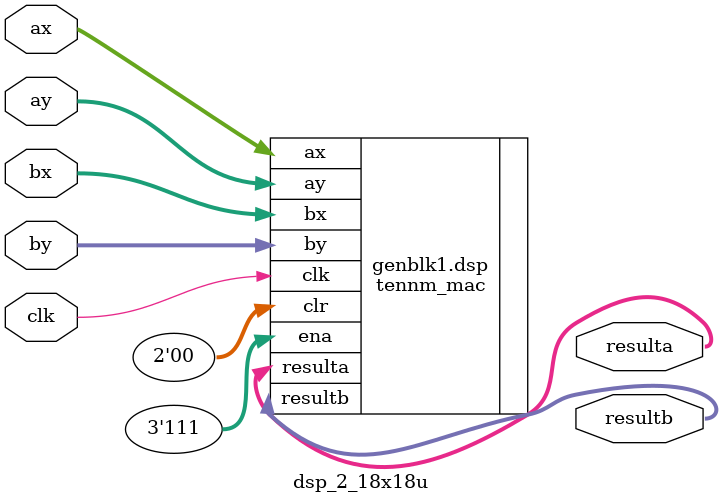
<source format=sv>
module dsp_2_18x18u #(
    parameter FAMILY = "Agilex",
    parameter LATENCY = 4,
    parameter AX_WIDTH = 18,
    parameter AY_WIDTH = 18,
    parameter BX_WIDTH = 18,
    parameter BY_WIDTH = 18,
    parameter RESULT_A_WIDTH = 36,
    parameter RESULT_B_WIDTH = 36
) (
    input clk,
    input [AX_WIDTH-1:0] ax,
    input [AY_WIDTH-1:0] ay,
    input [BX_WIDTH-1:0] bx,
    input [BY_WIDTH-1:0] by,
    output [RESULT_A_WIDTH-1:0]	resulta,
    output [RESULT_B_WIDTH-1:0]	resultb
);

initial begin
    if ((FAMILY == "Agilex") && ((LATENCY < 2) || (LATENCY > 4)))
        $fatal("(LATENCY < %d) || (LATENCY > %d): %d", 2, 4, LATENCY);
    if ((FAMILY == "Stratix 10") && ((LATENCY < 2) || (LATENCY > 4)))
        $fatal("(LATENCY < %d) || (LATENCY > %d): %d", 2, 4, LATENCY);
    if ((FAMILY == "Arria 10") && ((LATENCY < 2) || (LATENCY > 3)))
        $fatal("(LATENCY < %d) || (LATENCY > %d): %d", 2, 3, LATENCY);
end

generate

if (FAMILY == "Agilex") begin
    (* altera_attribute = "-name DSP_REGISTER_PACKING Disable" *)
    tennm_mac  #(
        .ax_width (AX_WIDTH),
        .ay_scan_in_width (AY_WIDTH),
        .bx_width (BX_WIDTH),
        .by_width (BY_WIDTH),
        .operation_mode ("m18x18_full"),
        .ax_clken ("0"),
        .ay_scan_in_clken ("0"),
        .bx_clken ("0"),
        .by_clken ("0"),
        .input_pipeline_clken ((LATENCY == 4) ? "0" : "no_reg"),
        .second_pipeline_clken ((LATENCY >= 3) ? "0" : "no_reg"),
        .output_clken ("0"),
        .scan_out_width (AY_WIDTH),
        .result_a_width (RESULT_A_WIDTH),
        .result_b_width (RESULT_B_WIDTH)
    ) dsp (
        .clr (2'b0),
        .ax (ax),
        .ay (ay),
        .bx (bx),
        .by (by),
        .clk (clk),
        .ena (3'b111),
        .resulta (resulta),
        .resultb (resultb)
    );
end else if (FAMILY == "Stratix 10") begin
    (* altera_attribute = "-name DSP_REGISTER_PACKING Disable" *)
    fourteennm_mac  #(
        .ax_width (AX_WIDTH),
        .ay_scan_in_width (AY_WIDTH),
        .bx_width (BX_WIDTH),
        .by_width (BY_WIDTH),
        .operation_mode ("m18x18_full"),
        .ax_clock ("0"),
        .ay_scan_in_clock ("0"),
        .bx_clock ("0"),
        .by_clock ("0"),
        .input_pipeline_clock ((LATENCY >= 3) ? "0" : "none"),
        .second_pipeline_clock ((LATENCY == 4) ? "0" : "none"),
        .output_clock ("0"),
        .scan_out_width (AY_WIDTH),
        .result_a_width (RESULT_A_WIDTH),
        .result_b_width (RESULT_B_WIDTH)
    ) dsp (
        .clr (2'b0),
        .ax (ax),
        .ay (ay),
        .bx (bx),
        .by (by),
        .clk ({clk, clk, clk}),
        .ena (3'b111),
        .resulta (resulta),
        .resultb (resultb)
    );
end else if (FAMILY == "Arria 10") begin
    (* altera_attribute = "-name DSP_REGISTER_PACKING Disable" *)
    twentynm_mac  #(
        .ax_width (AX_WIDTH),
        .ay_scan_in_width (AY_WIDTH),
        .bx_width (BX_WIDTH),
        .by_width (BY_WIDTH),
        .operation_mode ("m18x18_full"),
        .ax_clock ("0"),
        .ay_scan_in_clock ("0"),
        .bx_clock ("0"),
        .by_clock ("0"),
        .input_pipeline_clock ((LATENCY == 3) ? "0" : "none"),
        .output_clock ("0"),
        .scan_out_width (AY_WIDTH),
        .result_a_width (RESULT_A_WIDTH),
        .result_b_width (RESULT_B_WIDTH)
    ) dsp (
        .aclr (2'b0),
        .ax (ax),
        .ay (ay),
        .bx (bx),
        .by (by),
        .clk ({clk, clk, clk}),
        .ena (3'b111),
        .resulta (resulta),
        .resultb (resultb)
    );
end else begin
    reg [RESULT_A_WIDTH-1:0] resulta_r[0:LATENCY-1];
    reg [RESULT_B_WIDTH-1:0] resultb_r[0:LATENCY-1];
    integer i;
    always @(posedge clk) begin
        resulta_r[0] <= ax * ay;
        resultb_r[0] <= bx * by;
        for (i = 1; i < LATENCY; i=i+1) begin
            resulta_r[i] <= resulta_r[i-1];
            resultb_r[i] <= resultb_r[i-1];        
        end
    end
    assign resulta = resulta_r[LATENCY-1];
    assign resultb = resultb_r[LATENCY-1];
end

endgenerate

endmodule

</source>
